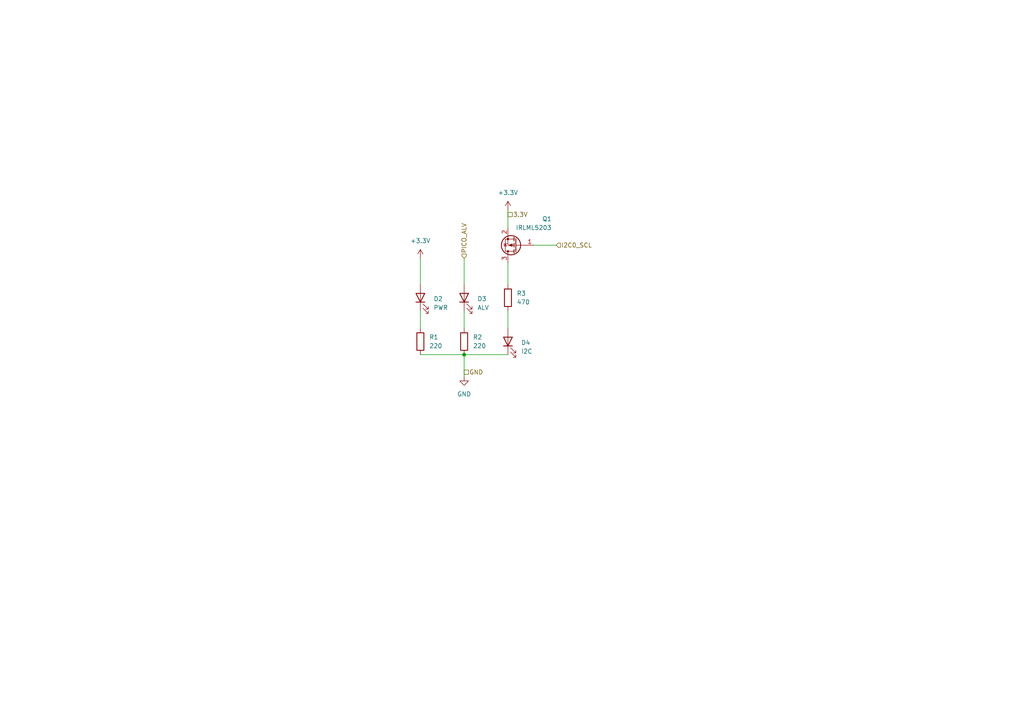
<source format=kicad_sch>
(kicad_sch (version 20230121) (generator eeschema)
  (paper "A4")
  (title_block (title "ConnectorX") (date "2023-11-14") (rev "2") (company "Evan Rust"))
  (lib_symbols
    (symbol "Device:LED" (pin_numbers hide) (pin_names (offset 1.016) hide)
      (property "Reference" "D" (at 0 2.54 0))
      (property "Value" "LED" (at 0 -2.54 0))
      (symbol "LED_0_1"
        (polyline (pts (xy -1.27 -1.27) (xy -1.27 1.27)) (stroke (width 0.254)))
        (polyline (pts (xy -1.27 0) (xy 1.27 0)))
        (polyline (pts (xy 1.27 -1.27) (xy 1.27 1.27) (xy -1.27 0) (xy 1.27 -1.27)) (stroke (width 0.254)))
        (polyline (pts (xy -3.048 -0.762) (xy -4.572 -2.286) (xy -3.81 -2.286) (xy -4.572 -2.286) (xy -4.572 -1.524)))
        (polyline (pts (xy -1.778 -0.762) (xy -3.302 -2.286) (xy -2.54 -2.286) (xy -3.302 -2.286) (xy -3.302 -1.524)))
      )
      (symbol "LED_1_1"
        (pin passive line (at -3.81 0 0) (length 2.54) (name "K") (number "1"))
        (pin passive line (at 3.81 0 180) (length 2.54) (name "A") (number "2"))
      )
    )
    (symbol "Device:R" (pin_numbers hide) (pin_names (offset 0))
      (property "Reference" "R" (at 2.032 0 90))
      (property "Value" "R" (at 0 0 90))
      (symbol "R_0_1"
        (rectangle (start -1.016 -2.54) (end 1.016 2.54) (stroke (width 0.254)))
      )
      (symbol "R_1_1"
        (pin passive line (at 0 3.81 270) (length 1.27) (name "~") (number "1"))
        (pin passive line (at 0 -3.81 90) (length 1.27) (name "~") (number "2"))
      )
    )
    (symbol "Transistor_FET:IRLML5203" (pin_names hide)
      (property "Reference" "Q" (at 5.08 1.905 0))
      (property "Value" "IRLML5203" (at 5.08 0 0))
      (symbol "IRLML5203_0_1"
        (polyline (pts (xy 0.254 0) (xy -2.54 0)))
        (polyline (pts (xy 0.254 1.905) (xy 0.254 -1.905)) (stroke (width 0.254)))
        (polyline (pts (xy 0.762 -1.27) (xy 0.762 -2.286)) (stroke (width 0.254)))
        (polyline (pts (xy 0.762 0.508) (xy 0.762 -0.508)) (stroke (width 0.254)))
        (polyline (pts (xy 0.762 2.286) (xy 0.762 1.27)) (stroke (width 0.254)))
        (polyline (pts (xy 2.54 2.54) (xy 2.54 1.778)))
        (polyline (pts (xy 2.54 -2.54) (xy 2.54 0) (xy 0.762 0)))
        (polyline (pts (xy 0.762 1.778) (xy 3.302 1.778) (xy 3.302 -1.778) (xy 0.762 -1.778)))
        (polyline (pts (xy 2.286 0) (xy 1.27 0.381) (xy 1.27 -0.381) (xy 2.286 0)) (fill (type outline)))
        (polyline (pts (xy 2.794 -0.508) (xy 2.921 -0.381) (xy 3.683 -0.381) (xy 3.81 -0.254)))
        (polyline (pts (xy 3.302 -0.381) (xy 2.921 0.254) (xy 3.683 0.254) (xy 3.302 -0.381)))
        (circle (center 1.651 0) (radius 2.794) (stroke (width 0.254)))
        (circle (center 2.54 -1.778) (radius 0.254) (fill (type outline)))
        (circle (center 2.54 1.778) (radius 0.254) (fill (type outline)))
      )
      (symbol "IRLML5203_1_1"
        (pin input line (at -5.08 0 0) (length 2.54) (name "G") (number "1"))
        (pin passive line (at 2.54 -5.08 90) (length 2.54) (name "S") (number "2"))
        (pin passive line (at 2.54 5.08 270) (length 2.54) (name "D") (number "3"))
      )
    )
    (symbol "power:+3.3V" (power) (pin_names (offset 0))
      (property "Value" "+3.3V" (at 0 3.556 0))
      (symbol "+3.3V_0_1"
        (polyline (pts (xy -0.762 1.27) (xy 0 2.54)))
        (polyline (pts (xy 0 0) (xy 0 2.54)))
        (polyline (pts (xy 0 2.54) (xy 0.762 1.27)))
      )
      (symbol "+3.3V_1_1"
        (pin power_in line (at 0 0 90) (length 0) hide (name "+3.3V") (number "1"))
      )
    )
    (symbol "power:GND" (power) (pin_names (offset 0))
      (property "Value" "GND" (at 0 -3.81 0))
      (symbol "GND_0_1"
        (polyline (pts (xy 0 0) (xy 0 -1.27) (xy 1.27 -1.27) (xy 0 -2.54) (xy -1.27 -1.27) (xy 0 -1.27)))
      )
      (symbol "GND_1_1"
        (pin power_in line (at 0 0 270) (length 0) hide (name "GND") (number "1"))
      )
    )
  )
  (junction (at 134.62 102.87))
  (wire (pts (xy 121.92 102.87) (xy 134.62 102.87)))
  (wire (pts (xy 147.32 60.96) (xy 147.32 66.04)))
  (wire (pts (xy 134.62 74.93) (xy 134.62 82.55)))
  (wire (pts (xy 134.62 90.17) (xy 134.62 95.25)))
  (wire (pts (xy 121.92 90.17) (xy 121.92 95.25)))
  (wire (pts (xy 121.92 74.93) (xy 121.92 82.55)))
  (wire (pts (xy 154.94 71.12) (xy 161.29 71.12)))
  (wire (pts (xy 134.62 102.87) (xy 134.62 109.22)))
  (wire (pts (xy 147.32 90.17) (xy 147.32 95.25)))
  (wire (pts (xy 147.32 76.2) (xy 147.32 82.55)))
  (wire (pts (xy 134.62 102.87) (xy 147.32 102.87)))
  (hierarchical_label "PICO_ALV" (shape input) (at 134.62 74.93 90))
  (hierarchical_label "GND" (shape passive) (at 134.62 107.95 0))
  (hierarchical_label "I2C0_SCL" (shape input) (at 161.29 71.12 0))
  (hierarchical_label "3.3V" (shape passive) (at 147.32 62.23 0))
  (symbol (lib_id "Device:LED") (at 134.62 86.36 90) (unit 1)
    (property "Reference" "D3" (at 138.43 86.6775 90) (effects (justify right)))
    (property "Value" "ALV" (at 138.43 89.2175 90) (effects (justify right)))
    (property "Footprint" "LED_SMD:LED_1206_3216Metric" (effects hide))
  )
  (symbol (lib_id "Device:R") (at 121.92 99.06 0) (unit 1)
    (property "Reference" "R1" (at 124.46 97.79 0) (effects (justify left)))
    (property "Value" "220" (at 124.46 100.33 0) (effects (justify left)))
    (property "Footprint" "Resistor_SMD:R_0603_1608Metric" (effects hide))
  )
  (symbol (lib_id "Transistor_FET:IRLML5203") (at 149.86 71.12 180) (unit 1)
    (property "Reference" "Q1" (at 160.02 63.5 0) (effects (justify left)))
    (property "Value" "IRLML5203" (at 160.02 66.04 0) (effects (justify left)))
    (property "Footprint" "Package_TO_SOT_SMD:SOT-23" (effects hide))
    (property "Datasheet" "https://www.infineon.com/dgdl/irlml5203pbf.pdf?fileId=5546d462533600a40153566868da261d" (effects hide))
  )
  (symbol (lib_id "power:GND") (at 134.62 109.22 0) (unit 1)
    (property "Reference" "#PWR07" (effects hide))
    (property "Value" "GND" (at 134.62 114.3 0))
  )
  (symbol (lib_id "Device:LED") (at 121.92 86.36 90) (unit 1)
    (property "Reference" "D2" (at 125.73 86.6775 90) (effects (justify right)))
    (property "Value" "PWR" (at 125.73 89.2175 90) (effects (justify right)))
    (property "Footprint" "LED_SMD:LED_1206_3216Metric" (effects hide))
  )
  (symbol (lib_id "power:+3.3V") (at 147.32 60.96 0) (unit 1)
    (property "Reference" "#PWR08" (effects hide))
    (property "Value" "+3.3V" (at 147.32 55.88 0))
  )
  (symbol (lib_id "Device:R") (at 134.62 99.06 0) (unit 1)
    (property "Reference" "R2" (at 137.16 97.79 0) (effects (justify left)))
    (property "Value" "220" (at 137.16 100.33 0) (effects (justify left)))
    (property "Footprint" "Resistor_SMD:R_0603_1608Metric" (effects hide))
  )
  (symbol (lib_id "Device:LED") (at 147.32 99.06 90) (unit 1)
    (property "Reference" "D4" (at 151.13 99.3775 90) (effects (justify right)))
    (property "Value" "I2C" (at 151.13 101.9175 90) (effects (justify right)))
    (property "Footprint" "LED_SMD:LED_1206_3216Metric" (effects hide))
  )
  (symbol (lib_id "Device:R") (at 147.32 86.36 0) (unit 1)
    (property "Reference" "R3" (at 149.86 85.09 0) (effects (justify left)))
    (property "Value" "470" (at 149.86 87.63 0) (effects (justify left)))
    (property "Footprint" "Resistor_SMD:R_0603_1608Metric" (effects hide))
  )
  (symbol (lib_id "power:+3.3V") (at 121.92 74.93 0) (unit 1)
    (property "Reference" "#PWR06" (effects hide))
    (property "Value" "+3.3V" (at 121.92 69.85 0))
  )
)
</source>
